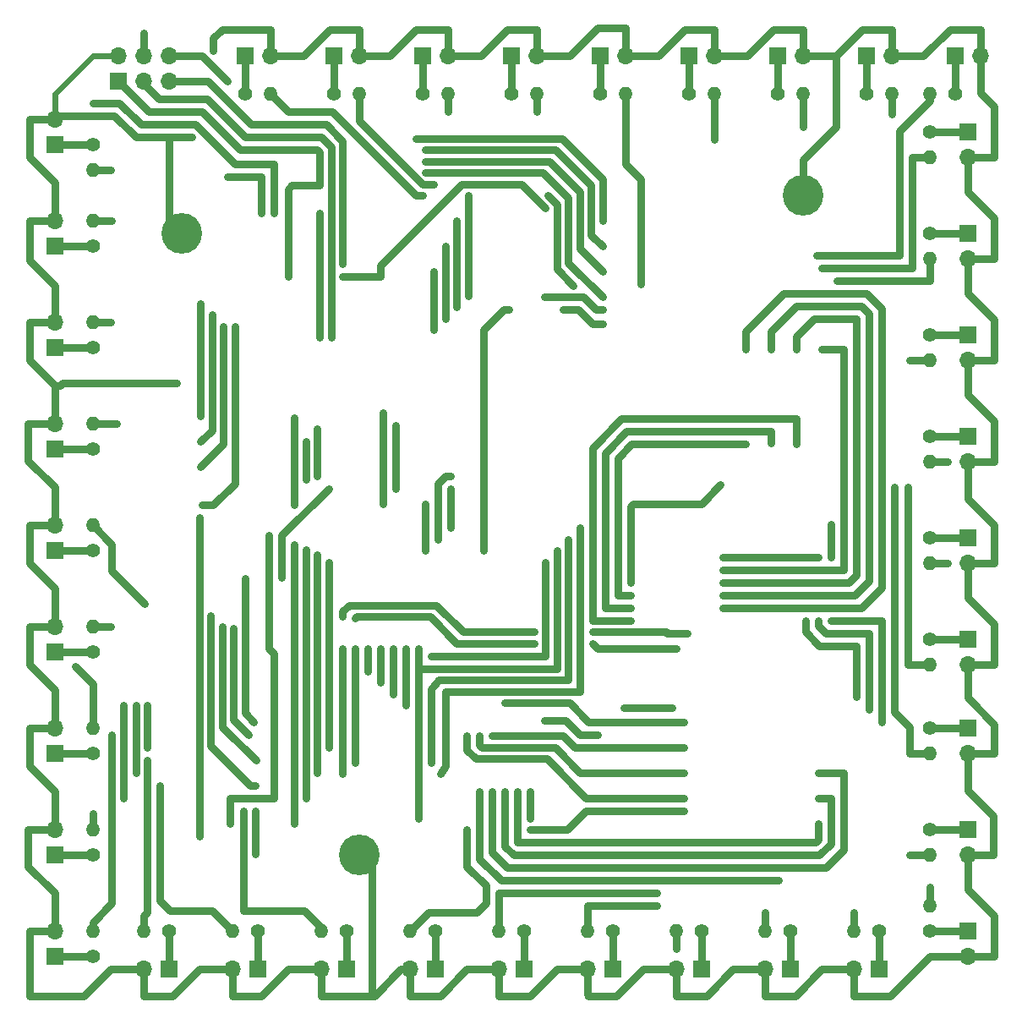
<source format=gbl>
G04 #@! TF.FileFunction,Copper,L2,Bot,Signal*
%FSLAX46Y46*%
G04 Gerber Fmt 4.6, Leading zero omitted, Abs format (unit mm)*
G04 Created by KiCad (PCBNEW 4.0.6) date 2017 June 23, Friday 17:45:36*
%MOMM*%
%LPD*%
G01*
G04 APERTURE LIST*
%ADD10C,0.200000*%
%ADD11C,1.400000*%
%ADD12O,1.400000X1.400000*%
%ADD13C,4.064000*%
%ADD14R,1.700000X1.700000*%
%ADD15O,1.700000X1.700000*%
%ADD16C,0.600000*%
%ADD17C,0.750000*%
%ADD18C,0.600000*%
G04 APERTURE END LIST*
D10*
D11*
X87630000Y-44450000D03*
D12*
X90170000Y-44450000D03*
D11*
X96520000Y-44450000D03*
D12*
X99060000Y-44450000D03*
D11*
X105410000Y-44450000D03*
D12*
X107950000Y-44450000D03*
D11*
X114300000Y-44450000D03*
D12*
X116840000Y-44450000D03*
D11*
X123190000Y-44450000D03*
D12*
X125730000Y-44450000D03*
D11*
X132080000Y-44450000D03*
D12*
X134620000Y-44450000D03*
D11*
X140970000Y-44450000D03*
D12*
X143510000Y-44450000D03*
D11*
X149860000Y-44450000D03*
D12*
X152400000Y-44450000D03*
D11*
X158750000Y-44450000D03*
D12*
X156210000Y-44450000D03*
D11*
X156210000Y-48260000D03*
D12*
X156210000Y-50800000D03*
D11*
X156210000Y-58420000D03*
D12*
X156210000Y-60960000D03*
D11*
X156210000Y-68580000D03*
D12*
X156210000Y-71120000D03*
D11*
X156210000Y-78740000D03*
D12*
X156210000Y-81280000D03*
D11*
X156210000Y-88900000D03*
D12*
X156210000Y-91440000D03*
D11*
X156210000Y-99060000D03*
D12*
X156210000Y-101600000D03*
D11*
X156210000Y-107950000D03*
D12*
X156210000Y-110490000D03*
D11*
X156210000Y-118110000D03*
D12*
X156210000Y-120650000D03*
D11*
X156210000Y-128270000D03*
D12*
X156210000Y-125730000D03*
D11*
X151130000Y-128270000D03*
D12*
X148590000Y-128270000D03*
D11*
X142240000Y-128270000D03*
D12*
X139700000Y-128270000D03*
D11*
X133350000Y-128270000D03*
D12*
X130810000Y-128270000D03*
D11*
X124460000Y-128270000D03*
D12*
X121920000Y-128270000D03*
D11*
X115570000Y-128270000D03*
D12*
X113030000Y-128270000D03*
D11*
X106680000Y-128270000D03*
D12*
X104140000Y-128270000D03*
D11*
X97790000Y-128270000D03*
D12*
X95250000Y-128270000D03*
D11*
X88900000Y-128270000D03*
D12*
X86360000Y-128270000D03*
D11*
X80010000Y-128270000D03*
D12*
X77470000Y-128270000D03*
D11*
X72390000Y-130810000D03*
D12*
X72390000Y-128270000D03*
D11*
X72390000Y-120650000D03*
D12*
X72390000Y-118110000D03*
D11*
X72390000Y-110490000D03*
D12*
X72390000Y-107950000D03*
D11*
X72390000Y-100330000D03*
D12*
X72390000Y-97790000D03*
D11*
X72390000Y-90170000D03*
D12*
X72390000Y-87630000D03*
D11*
X72390000Y-80010000D03*
D12*
X72390000Y-77470000D03*
D11*
X72390000Y-69850000D03*
D12*
X72390000Y-67310000D03*
D11*
X72390000Y-59690000D03*
D12*
X72390000Y-57150000D03*
D11*
X72390000Y-49530000D03*
D12*
X72390000Y-52070000D03*
D13*
X81280000Y-58420000D03*
X143510000Y-54610000D03*
X99060000Y-120650000D03*
D14*
X68580000Y-120650000D03*
D15*
X68580000Y-118110000D03*
D14*
X87630000Y-40640000D03*
D15*
X90170000Y-40640000D03*
D14*
X96520000Y-40640000D03*
D15*
X99060000Y-40640000D03*
D14*
X105410000Y-40640000D03*
D15*
X107950000Y-40640000D03*
D14*
X114300000Y-40640000D03*
D15*
X116840000Y-40640000D03*
D14*
X123190000Y-40640000D03*
D15*
X125730000Y-40640000D03*
D14*
X132080000Y-40640000D03*
D15*
X134620000Y-40640000D03*
D14*
X140970000Y-40640000D03*
D15*
X143510000Y-40640000D03*
D14*
X149860000Y-40640000D03*
D15*
X152400000Y-40640000D03*
D14*
X158750000Y-40640000D03*
D15*
X161290000Y-40640000D03*
D14*
X160020000Y-48260000D03*
D15*
X160020000Y-50800000D03*
D14*
X160020000Y-58420000D03*
D15*
X160020000Y-60960000D03*
D14*
X160020000Y-68580000D03*
D15*
X160020000Y-71120000D03*
D14*
X160020000Y-78740000D03*
D15*
X160020000Y-81280000D03*
D14*
X160020000Y-88900000D03*
D15*
X160020000Y-91440000D03*
D14*
X160020000Y-99060000D03*
D15*
X160020000Y-101600000D03*
D14*
X160020000Y-107950000D03*
D15*
X160020000Y-110490000D03*
D14*
X160020000Y-118110000D03*
D15*
X160020000Y-120650000D03*
D14*
X160020000Y-128270000D03*
D15*
X160020000Y-130810000D03*
D14*
X151130000Y-132080000D03*
D15*
X148590000Y-132080000D03*
D14*
X142240000Y-132080000D03*
D15*
X139700000Y-132080000D03*
D14*
X133350000Y-132080000D03*
D15*
X130810000Y-132080000D03*
D14*
X124460000Y-132080000D03*
D15*
X121920000Y-132080000D03*
D14*
X115570000Y-132080000D03*
D15*
X113030000Y-132080000D03*
D14*
X106680000Y-132080000D03*
D15*
X104140000Y-132080000D03*
D14*
X97790000Y-132080000D03*
D15*
X95250000Y-132080000D03*
D14*
X88900000Y-132080000D03*
D15*
X86360000Y-132080000D03*
D14*
X80010000Y-132080000D03*
D15*
X77470000Y-132080000D03*
D14*
X68580000Y-130810000D03*
D15*
X68580000Y-128270000D03*
D14*
X68580000Y-110490000D03*
D15*
X68580000Y-107950000D03*
D14*
X68580000Y-100330000D03*
D15*
X68580000Y-97790000D03*
D14*
X68580000Y-90170000D03*
D15*
X68580000Y-87630000D03*
D14*
X68580000Y-80010000D03*
D15*
X68580000Y-77470000D03*
D14*
X68580000Y-69850000D03*
D15*
X68580000Y-67310000D03*
D14*
X68580000Y-59690000D03*
D15*
X68580000Y-57150000D03*
D14*
X68580000Y-49530000D03*
D15*
X68580000Y-46990000D03*
D14*
X74930000Y-43180000D03*
D15*
X74930000Y-40640000D03*
X77470000Y-43180000D03*
X77470000Y-40640000D03*
X80010000Y-43180000D03*
X80010000Y-40640000D03*
D16*
X91948000Y-62738000D03*
X116205000Y-114300000D03*
X116205000Y-116967000D03*
X105029000Y-116967000D03*
X83058000Y-101092000D03*
X105029000Y-102743000D03*
X150114000Y-106045000D03*
X145034000Y-97155000D03*
X145034000Y-90805000D03*
X135509000Y-90805000D03*
X105029000Y-99949000D03*
X118872000Y-90170000D03*
X111506000Y-90170000D03*
X83058000Y-118745000D03*
X83058000Y-86868000D03*
X97409000Y-62738000D03*
X117729000Y-55880000D03*
X119507000Y-66040000D03*
X123444000Y-67437000D03*
X114046000Y-66040000D03*
X111506000Y-76327000D03*
X82296000Y-48768000D03*
X84455000Y-40132000D03*
X91313000Y-92837000D03*
X96012000Y-83947000D03*
X88519000Y-107315000D03*
X87630000Y-92964000D03*
X102743000Y-77597000D03*
X102743000Y-83947000D03*
X80772000Y-73406000D03*
X128905000Y-40640000D03*
X102108000Y-40640000D03*
X116586000Y-98298000D03*
X97409000Y-96774000D03*
X122428000Y-98298000D03*
X131953000Y-98425000D03*
X108204000Y-83947000D03*
X108204000Y-87884000D03*
X121158000Y-87884000D03*
X107188000Y-112522000D03*
X97409000Y-99949000D03*
X97409000Y-112522000D03*
X96266000Y-55118000D03*
X96266000Y-68834000D03*
X77470000Y-38354000D03*
X72390000Y-45339000D03*
X90551000Y-56388000D03*
X130810000Y-99949000D03*
X122428000Y-99441000D03*
X116586000Y-99441000D03*
X98679000Y-96901000D03*
X106299000Y-111379000D03*
X120015000Y-89027000D03*
X106934000Y-89027000D03*
X108204000Y-82677000D03*
X98679000Y-99949000D03*
X98679000Y-111379000D03*
X95123000Y-56388000D03*
X95123000Y-68834000D03*
X97409000Y-61468000D03*
X83312000Y-85598000D03*
X86614000Y-67691000D03*
X89281000Y-56388000D03*
X85852000Y-52705000D03*
X85852000Y-43180000D03*
X86106000Y-117475000D03*
X90043000Y-88646000D03*
X151384000Y-107315000D03*
X146304000Y-97155000D03*
X146304000Y-90805000D03*
X146304000Y-87503000D03*
X123444000Y-66040000D03*
X117602000Y-64770000D03*
X105410000Y-54610000D03*
X106553000Y-53467000D03*
X107950000Y-46228000D03*
X116840000Y-46228000D03*
X127254000Y-63500000D03*
X134620000Y-49022000D03*
X143510000Y-47752000D03*
X152400000Y-46482000D03*
X144907000Y-60579000D03*
X145415000Y-61849000D03*
X146939000Y-63119000D03*
X154178000Y-71120000D03*
X157988000Y-81280000D03*
X157988000Y-91440000D03*
X154051000Y-83820000D03*
X152654000Y-83820000D03*
X154178000Y-120650000D03*
X156210000Y-123825000D03*
X148590000Y-126365000D03*
X139700000Y-126365000D03*
X130810000Y-130048000D03*
X128905000Y-125730000D03*
X128905000Y-124460000D03*
X109855000Y-118110000D03*
X116205000Y-118110000D03*
X131572000Y-116205000D03*
X87503000Y-116205000D03*
X79121000Y-113665000D03*
X77851000Y-111125000D03*
X74295000Y-108585000D03*
X88646000Y-116205000D03*
X88646000Y-120523000D03*
X72390000Y-116459000D03*
X88646000Y-113665000D03*
X84201000Y-96647000D03*
X70612000Y-101727000D03*
X74168000Y-97790000D03*
X85344000Y-97790000D03*
X88773000Y-111125000D03*
X77597000Y-95504000D03*
X86487000Y-97917000D03*
X88011000Y-108585000D03*
X74803000Y-77470000D03*
X74168000Y-67310000D03*
X85471000Y-67691000D03*
X83185000Y-81788000D03*
X74295000Y-57150000D03*
X84328000Y-66548000D03*
X83185000Y-79248000D03*
X74168000Y-52070000D03*
X83185000Y-65405000D03*
X83185000Y-76708000D03*
X123444000Y-64770000D03*
X105664000Y-52324000D03*
X106553000Y-68072000D03*
X106553000Y-62230000D03*
X123444000Y-62230000D03*
X105664000Y-51181000D03*
X107696000Y-59690000D03*
X107696000Y-66929000D03*
X105664000Y-50038000D03*
X123444000Y-59690000D03*
X108839000Y-57150000D03*
X108839000Y-65786000D03*
X123444000Y-57150000D03*
X104775000Y-48895000D03*
X117983000Y-54610000D03*
X120523000Y-63627000D03*
X109982000Y-64643000D03*
X109982000Y-54610000D03*
X126238000Y-93345000D03*
X135255000Y-83566000D03*
X137795000Y-69977000D03*
X135509000Y-95885000D03*
X137795000Y-79502000D03*
X126238000Y-94615000D03*
X140335000Y-69977000D03*
X135509000Y-94615000D03*
X140335000Y-79375000D03*
X126238000Y-95885000D03*
X142875000Y-69977000D03*
X135509000Y-93345000D03*
X142875000Y-79502000D03*
X126238000Y-97155000D03*
X117602000Y-107188000D03*
X122936000Y-108585000D03*
X125603000Y-105918000D03*
X130429000Y-105918000D03*
X148844000Y-104775000D03*
X143764000Y-97155000D03*
X143764000Y-92075000D03*
X145415000Y-69977000D03*
X135509000Y-92075000D03*
X131572000Y-107315000D03*
X113665000Y-105410000D03*
X111125000Y-114300000D03*
X141097000Y-123190000D03*
X131572000Y-109855000D03*
X112395000Y-108712000D03*
X145034000Y-112395000D03*
X112395000Y-114300000D03*
X111125000Y-108712000D03*
X131572000Y-112395000D03*
X145034000Y-114935000D03*
X113665000Y-114300000D03*
X131572000Y-114935000D03*
X109855000Y-108712000D03*
X114935000Y-115443000D03*
X145034000Y-117475000D03*
X114935000Y-114300000D03*
X92583000Y-117475000D03*
X92583000Y-89535000D03*
X75501500Y-114935000D03*
X75501500Y-105664000D03*
X99949000Y-102235000D03*
X99949000Y-99949000D03*
X93726000Y-90043000D03*
X93726000Y-114935000D03*
X76708000Y-112395000D03*
X76708000Y-105664000D03*
X101219000Y-103378000D03*
X101219000Y-99949000D03*
X94869000Y-112395000D03*
X94869000Y-90551000D03*
X77851000Y-109855000D03*
X77851000Y-105664000D03*
X102489000Y-104521000D03*
X102489000Y-99949000D03*
X96012000Y-109855000D03*
X96012000Y-91313000D03*
X101473000Y-76327000D03*
X101473000Y-85471000D03*
X105664000Y-85471000D03*
X105664000Y-90170000D03*
X117729000Y-91313000D03*
X106299000Y-100711000D03*
X103759000Y-105664000D03*
X103759000Y-99949000D03*
X92583000Y-85598000D03*
X92583000Y-76835000D03*
X93726000Y-83058000D03*
X93726000Y-79248000D03*
X94869000Y-77978000D03*
X94869000Y-82677000D03*
D17*
X87122000Y-50038000D02*
X83312000Y-46228000D01*
X91948000Y-62738000D02*
X91948000Y-53975000D01*
X91948000Y-53975000D02*
X92329000Y-53594000D01*
X92329000Y-53594000D02*
X95123000Y-53594000D01*
X95123000Y-53594000D02*
X95123000Y-50292000D01*
X95123000Y-50292000D02*
X94869000Y-50038000D01*
X94869000Y-50038000D02*
X87122000Y-50038000D01*
X77978000Y-46228000D02*
X74930000Y-43180000D01*
X83312000Y-46228000D02*
X77978000Y-46228000D01*
X105029000Y-102743000D02*
X105029000Y-116967000D01*
X116205000Y-114300000D02*
X116205000Y-116967000D01*
X105029000Y-101854000D02*
X105029000Y-102743000D01*
X150114000Y-98425000D02*
X150114000Y-106045000D01*
X145796000Y-98425000D02*
X150114000Y-98425000D01*
X145034000Y-97663000D02*
X145796000Y-98425000D01*
X145034000Y-97155000D02*
X145034000Y-97663000D01*
X135509000Y-90805000D02*
X145034000Y-90805000D01*
X111506000Y-76327000D02*
X111506000Y-90170000D01*
X105029000Y-101981000D02*
X105029000Y-101854000D01*
X105029000Y-101854000D02*
X105029000Y-99949000D01*
X118872000Y-101981000D02*
X105029000Y-101981000D01*
X118872000Y-90170000D02*
X118872000Y-101981000D01*
X83058000Y-118745000D02*
X83058000Y-101092000D01*
X83058000Y-101092000D02*
X83058000Y-86868000D01*
X97409000Y-62738000D02*
X101219000Y-62738000D01*
X101219000Y-61595000D02*
X101219000Y-62738000D01*
X109347000Y-53467000D02*
X101219000Y-61595000D01*
X115316000Y-53467000D02*
X109347000Y-53467000D01*
X117729000Y-55880000D02*
X115316000Y-53467000D01*
X121031000Y-66040000D02*
X119507000Y-66040000D01*
X122428000Y-67437000D02*
X121031000Y-66040000D01*
X123444000Y-67437000D02*
X122428000Y-67437000D01*
X113538000Y-66040000D02*
X114046000Y-66040000D01*
X111506000Y-68072000D02*
X113538000Y-66040000D01*
X111506000Y-76327000D02*
X111506000Y-68072000D01*
X100330000Y-134747000D02*
X100330000Y-121920000D01*
X100330000Y-121920000D02*
X99060000Y-120650000D01*
X143510000Y-54610000D02*
X143510000Y-51054000D01*
X146812000Y-47752000D02*
X146812000Y-40640000D01*
X143510000Y-51054000D02*
X146812000Y-47752000D01*
X80010000Y-48768000D02*
X80010000Y-57150000D01*
X80010000Y-57150000D02*
X81280000Y-58420000D01*
X90170000Y-40640000D02*
X90170000Y-37973000D01*
X74549000Y-46609000D02*
X68961000Y-46609000D01*
X76708000Y-48768000D02*
X74549000Y-46609000D01*
X80010000Y-48768000D02*
X76708000Y-48768000D01*
X82296000Y-48768000D02*
X80010000Y-48768000D01*
X84455000Y-38862000D02*
X84455000Y-40132000D01*
X85344000Y-37973000D02*
X84455000Y-38862000D01*
X90170000Y-37973000D02*
X85344000Y-37973000D01*
X68961000Y-46609000D02*
X68580000Y-46990000D01*
X91313000Y-88646000D02*
X91313000Y-92837000D01*
X96012000Y-83947000D02*
X91313000Y-88646000D01*
X88519000Y-107315000D02*
X87630000Y-106426000D01*
X87630000Y-106426000D02*
X87630000Y-92964000D01*
X102743000Y-77597000D02*
X102743000Y-83947000D01*
X69088000Y-73660000D02*
X68580000Y-73660000D01*
X69342000Y-73406000D02*
X69088000Y-73660000D01*
X80772000Y-73406000D02*
X69342000Y-73406000D01*
X68580000Y-57150000D02*
X68580000Y-53340000D01*
X66040000Y-46990000D02*
X68580000Y-46990000D01*
X66040000Y-50800000D02*
X66040000Y-46990000D01*
X68580000Y-53340000D02*
X66040000Y-50800000D01*
X68580000Y-67310000D02*
X68580000Y-63627000D01*
X66040000Y-57150000D02*
X68580000Y-57150000D01*
X66040000Y-61087000D02*
X66040000Y-57150000D01*
X68580000Y-63627000D02*
X66040000Y-61087000D01*
X68580000Y-77470000D02*
X68580000Y-73660000D01*
X66040000Y-67310000D02*
X68580000Y-67310000D01*
X66040000Y-71120000D02*
X66040000Y-67310000D01*
X68580000Y-73660000D02*
X66040000Y-71120000D01*
X68580000Y-87630000D02*
X68580000Y-83820000D01*
X65913000Y-77470000D02*
X68580000Y-77470000D01*
X65913000Y-81153000D02*
X65913000Y-77470000D01*
X68580000Y-83820000D02*
X65913000Y-81153000D01*
X68580000Y-97790000D02*
X68580000Y-93980000D01*
X66040000Y-87630000D02*
X68580000Y-87630000D01*
X66040000Y-91440000D02*
X66040000Y-87630000D01*
X68580000Y-93980000D02*
X66040000Y-91440000D01*
X68580000Y-107950000D02*
X68580000Y-104140000D01*
X66040000Y-97790000D02*
X68580000Y-97790000D01*
X66040000Y-101600000D02*
X66040000Y-97790000D01*
X68580000Y-104140000D02*
X66040000Y-101600000D01*
X68580000Y-118110000D02*
X68580000Y-114300000D01*
X66040000Y-107950000D02*
X68580000Y-107950000D01*
X66040000Y-111760000D02*
X66040000Y-107950000D01*
X68580000Y-114300000D02*
X66040000Y-111760000D01*
X68580000Y-128270000D02*
X68580000Y-124460000D01*
X65913000Y-118110000D02*
X68580000Y-118110000D01*
X65913000Y-121793000D02*
X65913000Y-118110000D01*
X68580000Y-124460000D02*
X65913000Y-121793000D01*
X77470000Y-132080000D02*
X74168000Y-132080000D01*
X66040000Y-128270000D02*
X68580000Y-128270000D01*
X66040000Y-134747000D02*
X66040000Y-128270000D01*
X71501000Y-134747000D02*
X66040000Y-134747000D01*
X74168000Y-132080000D02*
X71501000Y-134747000D01*
X86360000Y-132080000D02*
X83058000Y-132080000D01*
X77470000Y-134747000D02*
X77470000Y-132080000D01*
X80391000Y-134747000D02*
X77470000Y-134747000D01*
X83058000Y-132080000D02*
X80391000Y-134747000D01*
X95250000Y-132080000D02*
X91948000Y-132080000D01*
X86360000Y-134747000D02*
X86360000Y-132080000D01*
X89281000Y-134747000D02*
X86360000Y-134747000D01*
X91948000Y-132080000D02*
X89281000Y-134747000D01*
X104140000Y-132080000D02*
X103251000Y-132080000D01*
X95250000Y-134747000D02*
X95250000Y-132080000D01*
X100584000Y-134747000D02*
X100330000Y-134747000D01*
X100330000Y-134747000D02*
X95250000Y-134747000D01*
X103251000Y-132080000D02*
X100584000Y-134747000D01*
X113030000Y-132080000D02*
X109855000Y-132080000D01*
X104140000Y-134747000D02*
X104140000Y-132080000D01*
X107188000Y-134747000D02*
X104140000Y-134747000D01*
X109855000Y-132080000D02*
X107188000Y-134747000D01*
X121920000Y-132080000D02*
X118872000Y-132080000D01*
X113030000Y-134747000D02*
X113030000Y-132080000D01*
X116205000Y-134747000D02*
X113030000Y-134747000D01*
X118872000Y-132080000D02*
X116205000Y-134747000D01*
X130810000Y-132080000D02*
X127508000Y-132080000D01*
X121920000Y-134620000D02*
X121920000Y-132080000D01*
X122047000Y-134747000D02*
X121920000Y-134620000D01*
X124841000Y-134747000D02*
X122047000Y-134747000D01*
X127508000Y-132080000D02*
X124841000Y-134747000D01*
X139700000Y-132080000D02*
X136525000Y-132080000D01*
X130810000Y-134747000D02*
X130810000Y-132080000D01*
X133858000Y-134747000D02*
X130810000Y-134747000D01*
X136525000Y-132080000D02*
X133858000Y-134747000D01*
X148590000Y-132080000D02*
X145415000Y-132080000D01*
X139700000Y-134747000D02*
X139700000Y-132080000D01*
X142748000Y-134747000D02*
X139700000Y-134747000D01*
X145415000Y-132080000D02*
X142748000Y-134747000D01*
X160020000Y-130810000D02*
X156210000Y-130810000D01*
X148590000Y-134747000D02*
X148590000Y-132080000D01*
X152273000Y-134747000D02*
X148590000Y-134747000D01*
X156210000Y-130810000D02*
X152273000Y-134747000D01*
X160020000Y-120650000D02*
X160020000Y-124079000D01*
X162687000Y-130810000D02*
X160020000Y-130810000D01*
X162687000Y-126746000D02*
X162687000Y-130810000D01*
X160020000Y-124079000D02*
X162687000Y-126746000D01*
X160020000Y-110490000D02*
X160020000Y-114173000D01*
X162560000Y-120650000D02*
X160020000Y-120650000D01*
X162560000Y-116713000D02*
X162560000Y-120650000D01*
X160020000Y-114173000D02*
X162560000Y-116713000D01*
X160020000Y-101600000D02*
X160020000Y-104902000D01*
X162687000Y-110490000D02*
X160020000Y-110490000D01*
X162687000Y-107569000D02*
X162687000Y-110490000D01*
X160020000Y-104902000D02*
X162687000Y-107569000D01*
X160020000Y-91440000D02*
X160020000Y-94869000D01*
X162687000Y-101600000D02*
X160020000Y-101600000D01*
X162687000Y-97536000D02*
X162687000Y-101600000D01*
X160020000Y-94869000D02*
X162687000Y-97536000D01*
X162687000Y-87630000D02*
X162687000Y-91440000D01*
X160020000Y-84963000D02*
X162687000Y-87630000D01*
X160020000Y-81280000D02*
X160020000Y-84963000D01*
X162687000Y-91440000D02*
X160020000Y-91440000D01*
X160020000Y-71120000D02*
X160020000Y-74549000D01*
X162687000Y-81280000D02*
X160020000Y-81280000D01*
X162687000Y-77216000D02*
X162687000Y-81280000D01*
X160020000Y-74549000D02*
X162687000Y-77216000D01*
X160020000Y-60960000D02*
X160020000Y-64389000D01*
X162687000Y-71120000D02*
X160020000Y-71120000D01*
X162687000Y-67056000D02*
X162687000Y-71120000D01*
X160020000Y-64389000D02*
X162687000Y-67056000D01*
X160020000Y-50800000D02*
X160020000Y-54229000D01*
X162687000Y-60960000D02*
X160020000Y-60960000D01*
X162687000Y-56896000D02*
X162687000Y-60960000D01*
X160020000Y-54229000D02*
X162687000Y-56896000D01*
X161290000Y-40640000D02*
X161290000Y-44323000D01*
X162687000Y-50800000D02*
X160020000Y-50800000D01*
X162687000Y-45720000D02*
X162687000Y-50800000D01*
X161290000Y-44323000D02*
X162687000Y-45720000D01*
X152400000Y-40640000D02*
X155575000Y-40640000D01*
X161290000Y-37973000D02*
X161290000Y-40640000D01*
X158242000Y-37973000D02*
X161290000Y-37973000D01*
X155575000Y-40640000D02*
X158242000Y-37973000D01*
X143510000Y-40640000D02*
X146812000Y-40640000D01*
X152400000Y-37973000D02*
X152400000Y-40640000D01*
X149479000Y-37973000D02*
X152400000Y-37973000D01*
X146812000Y-40640000D02*
X149479000Y-37973000D01*
X143510000Y-40640000D02*
X143510000Y-37973000D01*
X137922000Y-40640000D02*
X140589000Y-37973000D01*
X140589000Y-37973000D02*
X143510000Y-37973000D01*
X137922000Y-40640000D02*
X134620000Y-40640000D01*
X125730000Y-40640000D02*
X128905000Y-40640000D01*
X128905000Y-40640000D02*
X129032000Y-40640000D01*
X129032000Y-40640000D02*
X131699000Y-37973000D01*
X131699000Y-37973000D02*
X134620000Y-37973000D01*
X134620000Y-37973000D02*
X134620000Y-40640000D01*
X116840000Y-40640000D02*
X120142000Y-40640000D01*
X125730000Y-37846000D02*
X125730000Y-40640000D01*
X122936000Y-37846000D02*
X125730000Y-37846000D01*
X120142000Y-40640000D02*
X122936000Y-37846000D01*
X113919000Y-37973000D02*
X116840000Y-37973000D01*
X111252000Y-40640000D02*
X113919000Y-37973000D01*
X107950000Y-40640000D02*
X111252000Y-40640000D01*
X116840000Y-37973000D02*
X116840000Y-40640000D01*
X99060000Y-40640000D02*
X102108000Y-40640000D01*
X107950000Y-37973000D02*
X107950000Y-40640000D01*
X102108000Y-40640000D02*
X104775000Y-37973000D01*
X104775000Y-37973000D02*
X107950000Y-37973000D01*
X90170000Y-40640000D02*
X93472000Y-40640000D01*
X93472000Y-40640000D02*
X96139000Y-37973000D01*
X96139000Y-37973000D02*
X99060000Y-37973000D01*
X99060000Y-37973000D02*
X99060000Y-40640000D01*
D18*
X68580000Y-46990000D02*
X68580000Y-44450000D01*
X72390000Y-40640000D02*
X74930000Y-40640000D01*
X68580000Y-44450000D02*
X72390000Y-40640000D01*
X107950000Y-40640000D02*
X108204000Y-40640000D01*
X134620000Y-40640000D02*
X134620000Y-40386000D01*
X125730000Y-40640000D02*
X125730000Y-40386000D01*
X107950000Y-40640000D02*
X107950000Y-40386000D01*
X99060000Y-40640000D02*
X99060000Y-40386000D01*
D17*
X77470000Y-43180000D02*
X77470000Y-43434000D01*
X77470000Y-43434000D02*
X78994000Y-44958000D01*
X96266000Y-49784000D02*
X96266000Y-55118000D01*
X95250000Y-48768000D02*
X96266000Y-49784000D01*
X87630000Y-48768000D02*
X95250000Y-48768000D01*
X83820000Y-44958000D02*
X87630000Y-48768000D01*
X78994000Y-44958000D02*
X83820000Y-44958000D01*
X77470000Y-43561000D02*
X77470000Y-43180000D01*
X109474000Y-98298000D02*
X116586000Y-98298000D01*
X106807000Y-95631000D02*
X109474000Y-98298000D01*
X98044000Y-95631000D02*
X106807000Y-95631000D01*
X97409000Y-96266000D02*
X98044000Y-95631000D01*
X97409000Y-96774000D02*
X97409000Y-96266000D01*
X122428000Y-98298000D02*
X129794000Y-98298000D01*
X129794000Y-98298000D02*
X129921000Y-98425000D01*
X129921000Y-98425000D02*
X131953000Y-98425000D01*
X107188000Y-112522000D02*
X107696000Y-111760000D01*
X108204000Y-83947000D02*
X108204000Y-87884000D01*
X121158000Y-87884000D02*
X121158000Y-104267000D01*
X121158000Y-104267000D02*
X107696000Y-104267000D01*
X107696000Y-104267000D02*
X107696000Y-111760000D01*
X97409000Y-99949000D02*
X97409000Y-112522000D01*
X96266000Y-55118000D02*
X96266000Y-68834000D01*
X77470000Y-38354000D02*
X77470000Y-40640000D01*
X75057000Y-45339000D02*
X72390000Y-45339000D01*
X77216000Y-47498000D02*
X75057000Y-45339000D01*
X82677000Y-47498000D02*
X77216000Y-47498000D01*
X86614000Y-51435000D02*
X82677000Y-47498000D01*
X90551000Y-51435000D02*
X86614000Y-51435000D01*
X90551000Y-56388000D02*
X90551000Y-51435000D01*
X122936000Y-99949000D02*
X130810000Y-99949000D01*
X122428000Y-99441000D02*
X122936000Y-99949000D01*
X108839000Y-99441000D02*
X116586000Y-99441000D01*
X106172000Y-96774000D02*
X108839000Y-99441000D01*
X98806000Y-96774000D02*
X106172000Y-96774000D01*
X98679000Y-96901000D02*
X98806000Y-96774000D01*
X106299000Y-104013000D02*
X106299000Y-111379000D01*
X107061000Y-103124000D02*
X106299000Y-104013000D01*
X120015000Y-103124000D02*
X107061000Y-103124000D01*
X120015000Y-89027000D02*
X120015000Y-103124000D01*
X106934000Y-83439000D02*
X106934000Y-89027000D01*
X107696000Y-82677000D02*
X106934000Y-83439000D01*
X108204000Y-82677000D02*
X107696000Y-82677000D01*
X98679000Y-99949000D02*
X98679000Y-111379000D01*
X95123000Y-56388000D02*
X95123000Y-68834000D01*
X80010000Y-43180000D02*
X83947000Y-43180000D01*
X83947000Y-43180000D02*
X88265000Y-47498000D01*
X88265000Y-47498000D02*
X95758000Y-47498000D01*
X95758000Y-47498000D02*
X97409000Y-49149000D01*
X97409000Y-49149000D02*
X97409000Y-61468000D01*
X80010000Y-40640000D02*
X83312000Y-40640000D01*
X84455000Y-85598000D02*
X83312000Y-85598000D01*
X86614000Y-83439000D02*
X84455000Y-85598000D01*
X86614000Y-67691000D02*
X86614000Y-83439000D01*
X89281000Y-52705000D02*
X89281000Y-56388000D01*
X85852000Y-52705000D02*
X89281000Y-52705000D01*
X83312000Y-40640000D02*
X85852000Y-43180000D01*
X86106000Y-114935000D02*
X86106000Y-117475000D01*
X90551000Y-114935000D02*
X86106000Y-114935000D01*
X90551000Y-100457000D02*
X90551000Y-114935000D01*
X90043000Y-99949000D02*
X90551000Y-100457000D01*
X90043000Y-88646000D02*
X90043000Y-99949000D01*
X151384000Y-97155000D02*
X151384000Y-107315000D01*
X146304000Y-97155000D02*
X151384000Y-97155000D01*
X146304000Y-87503000D02*
X146304000Y-90805000D01*
X80010000Y-40640000D02*
X80645000Y-40640000D01*
X123444000Y-66040000D02*
X122809000Y-66040000D01*
X122809000Y-66040000D02*
X121539000Y-64770000D01*
X121539000Y-64770000D02*
X117602000Y-64770000D01*
X87630000Y-44450000D02*
X87630000Y-40640000D01*
X96520000Y-44450000D02*
X96520000Y-40640000D01*
X105410000Y-44450000D02*
X105410000Y-40640000D01*
X114300000Y-44450000D02*
X114300000Y-40640000D01*
X123190000Y-44450000D02*
X123190000Y-40640000D01*
X132080000Y-44450000D02*
X132080000Y-40640000D01*
X140970000Y-44450000D02*
X140970000Y-40640000D01*
X149860000Y-44450000D02*
X149860000Y-40640000D01*
X158750000Y-44450000D02*
X158750000Y-40640000D01*
X156210000Y-48260000D02*
X160020000Y-48260000D01*
X156210000Y-58420000D02*
X160020000Y-58420000D01*
X156210000Y-68580000D02*
X160020000Y-68580000D01*
X156210000Y-78740000D02*
X160020000Y-78740000D01*
X156210000Y-88900000D02*
X160020000Y-88900000D01*
X156210000Y-99060000D02*
X160020000Y-99060000D01*
X156210000Y-107950000D02*
X160020000Y-107950000D01*
X156210000Y-118110000D02*
X160020000Y-118110000D01*
X156210000Y-128270000D02*
X160020000Y-128270000D01*
X151130000Y-128270000D02*
X151130000Y-132080000D01*
X142240000Y-128270000D02*
X142240000Y-132080000D01*
X133350000Y-128270000D02*
X133350000Y-132080000D01*
X124460000Y-128270000D02*
X124460000Y-132080000D01*
X115570000Y-128270000D02*
X115570000Y-132080000D01*
X106680000Y-128270000D02*
X106680000Y-132080000D01*
X97790000Y-128270000D02*
X97790000Y-132080000D01*
X88900000Y-128270000D02*
X88900000Y-132080000D01*
X80010000Y-128270000D02*
X80010000Y-132080000D01*
X72390000Y-130810000D02*
X68580000Y-130810000D01*
X72390000Y-120650000D02*
X68580000Y-120650000D01*
X72390000Y-110490000D02*
X68580000Y-110490000D01*
X72390000Y-100330000D02*
X68580000Y-100330000D01*
X72390000Y-90170000D02*
X68580000Y-90170000D01*
X72390000Y-80010000D02*
X68580000Y-80010000D01*
X72390000Y-69850000D02*
X68580000Y-69850000D01*
X72390000Y-59690000D02*
X68580000Y-59690000D01*
X72390000Y-49530000D02*
X68580000Y-49530000D01*
X91948000Y-46228000D02*
X90170000Y-44450000D01*
X96393000Y-46228000D02*
X91948000Y-46228000D01*
X104775000Y-54610000D02*
X96393000Y-46228000D01*
X105410000Y-54610000D02*
X104775000Y-54610000D01*
X99060000Y-47117000D02*
X99060000Y-44450000D01*
X105410000Y-53467000D02*
X99060000Y-47117000D01*
X106553000Y-53467000D02*
X105410000Y-53467000D01*
X107950000Y-46228000D02*
X107950000Y-44450000D01*
X116840000Y-46228000D02*
X116840000Y-44450000D01*
X125730000Y-51435000D02*
X125730000Y-44450000D01*
X127254000Y-52959000D02*
X125730000Y-51435000D01*
X127254000Y-63500000D02*
X127254000Y-52959000D01*
X134620000Y-49022000D02*
X134620000Y-44450000D01*
X143510000Y-47752000D02*
X143510000Y-44450000D01*
X152400000Y-46482000D02*
X152400000Y-44450000D01*
X156210000Y-44450000D02*
X156210000Y-45085000D01*
X156210000Y-45085000D02*
X153162000Y-48133000D01*
X153162000Y-60579000D02*
X144907000Y-60579000D01*
X153162000Y-48133000D02*
X153162000Y-60579000D01*
X156210000Y-44704000D02*
X156210000Y-44450000D01*
X154432000Y-50800000D02*
X156210000Y-50800000D01*
X154432000Y-61849000D02*
X154432000Y-50800000D01*
X145415000Y-61849000D02*
X154432000Y-61849000D01*
X156210000Y-63119000D02*
X156210000Y-60960000D01*
X146939000Y-63119000D02*
X156210000Y-63119000D01*
X154178000Y-71120000D02*
X156210000Y-71120000D01*
X156210000Y-81280000D02*
X157988000Y-81280000D01*
X156210000Y-91440000D02*
X157988000Y-91440000D01*
X156210000Y-101600000D02*
X154051000Y-101600000D01*
X154051000Y-101600000D02*
X154051000Y-83820000D01*
X154178000Y-110490000D02*
X156210000Y-110490000D01*
X154178000Y-107823000D02*
X154178000Y-110490000D01*
X152654000Y-106299000D02*
X154178000Y-107823000D01*
X152654000Y-83820000D02*
X152654000Y-106299000D01*
X154178000Y-120650000D02*
X156210000Y-120650000D01*
X156210000Y-123825000D02*
X156210000Y-125730000D01*
X148590000Y-126365000D02*
X148590000Y-128270000D01*
X139700000Y-126365000D02*
X139700000Y-128270000D01*
X130810000Y-130048000D02*
X130810000Y-128270000D01*
X121920000Y-125730000D02*
X121920000Y-128270000D01*
X128905000Y-125730000D02*
X121920000Y-125730000D01*
X113030000Y-124460000D02*
X113030000Y-128270000D01*
X128905000Y-124460000D02*
X113030000Y-124460000D01*
X106045000Y-126365000D02*
X104140000Y-128270000D01*
X110871000Y-126365000D02*
X106045000Y-126365000D01*
X111760000Y-125476000D02*
X110871000Y-126365000D01*
X111760000Y-123698000D02*
X111760000Y-125476000D01*
X109855000Y-121793000D02*
X111760000Y-123698000D01*
X109855000Y-118110000D02*
X109855000Y-121793000D01*
X119888000Y-118110000D02*
X116205000Y-118110000D01*
X121793000Y-116205000D02*
X119888000Y-118110000D01*
X131572000Y-116205000D02*
X121793000Y-116205000D01*
X93599000Y-126238000D02*
X95250000Y-127889000D01*
X87503000Y-126238000D02*
X93599000Y-126238000D01*
X87503000Y-116205000D02*
X87503000Y-126238000D01*
X95250000Y-127889000D02*
X95250000Y-128270000D01*
X84328000Y-126238000D02*
X86360000Y-128270000D01*
X80137000Y-126238000D02*
X84328000Y-126238000D01*
X79121000Y-125222000D02*
X80137000Y-126238000D01*
X79121000Y-113665000D02*
X79121000Y-125222000D01*
X77470000Y-126746000D02*
X77470000Y-128270000D01*
X77851000Y-126365000D02*
X77470000Y-126746000D01*
X77851000Y-111125000D02*
X77851000Y-126365000D01*
X72390000Y-127381000D02*
X72390000Y-128270000D01*
X74295000Y-125476000D02*
X72390000Y-127381000D01*
X74295000Y-108585000D02*
X74295000Y-125476000D01*
X72390000Y-118110000D02*
X72390000Y-116459000D01*
X88646000Y-120523000D02*
X88646000Y-116205000D01*
X72390000Y-107950000D02*
X72390000Y-103505000D01*
X88138000Y-113665000D02*
X88646000Y-113665000D01*
X84201000Y-109728000D02*
X88138000Y-113665000D01*
X84201000Y-96647000D02*
X84201000Y-109728000D01*
X72390000Y-103505000D02*
X70612000Y-101727000D01*
X74168000Y-97790000D02*
X72390000Y-97790000D01*
X85344000Y-107823000D02*
X85344000Y-97790000D01*
X88773000Y-111125000D02*
X85344000Y-107823000D01*
X74295000Y-89535000D02*
X72390000Y-87630000D01*
X74295000Y-92202000D02*
X74295000Y-89535000D01*
X77597000Y-95504000D02*
X74295000Y-92202000D01*
X86487000Y-107061000D02*
X86487000Y-97917000D01*
X88011000Y-108585000D02*
X86487000Y-107061000D01*
X74803000Y-77470000D02*
X72390000Y-77470000D01*
X85471000Y-79502000D02*
X85471000Y-67691000D01*
X74168000Y-67310000D02*
X72390000Y-67310000D01*
X83185000Y-81788000D02*
X85471000Y-79502000D01*
X74295000Y-57150000D02*
X72390000Y-57150000D01*
X84328000Y-78105000D02*
X84328000Y-66548000D01*
X83185000Y-79248000D02*
X84328000Y-78105000D01*
X83185000Y-76708000D02*
X83185000Y-65405000D01*
X74168000Y-52070000D02*
X72390000Y-52070000D01*
X120015000Y-61341000D02*
X123444000Y-64770000D01*
X120015000Y-54864000D02*
X120015000Y-61341000D01*
X117475000Y-52324000D02*
X120015000Y-54864000D01*
X105664000Y-52324000D02*
X117475000Y-52324000D01*
X106553000Y-62230000D02*
X106553000Y-68072000D01*
X121158000Y-59944000D02*
X123444000Y-62230000D01*
X121158000Y-54229000D02*
X121158000Y-59944000D01*
X118110000Y-51181000D02*
X121158000Y-54229000D01*
X105664000Y-51181000D02*
X118110000Y-51181000D01*
X107696000Y-59690000D02*
X107696000Y-66929000D01*
X105664000Y-50038000D02*
X118745000Y-50038000D01*
X122301000Y-58547000D02*
X123444000Y-59690000D01*
X122301000Y-53594000D02*
X122301000Y-58547000D01*
X118745000Y-50038000D02*
X122301000Y-53594000D01*
X108839000Y-57150000D02*
X108839000Y-65786000D01*
X123444000Y-52959000D02*
X123444000Y-57150000D01*
X119380000Y-48895000D02*
X123444000Y-52959000D01*
X104775000Y-48895000D02*
X119380000Y-48895000D01*
X117983000Y-54610000D02*
X118872000Y-55499000D01*
X118872000Y-55499000D02*
X118872000Y-61976000D01*
X118872000Y-61976000D02*
X120523000Y-63627000D01*
X109982000Y-54610000D02*
X109982000Y-64643000D01*
X126238000Y-85725000D02*
X126238000Y-93345000D01*
X126492000Y-85471000D02*
X126238000Y-85725000D01*
X133350000Y-85471000D02*
X126492000Y-85471000D01*
X135255000Y-83566000D02*
X133350000Y-85471000D01*
X137795000Y-68199000D02*
X137795000Y-69977000D01*
X141605000Y-64389000D02*
X137795000Y-68199000D01*
X149860000Y-64389000D02*
X141605000Y-64389000D01*
X151384000Y-65913000D02*
X149860000Y-64389000D01*
X151384000Y-93853000D02*
X151384000Y-65913000D01*
X149352000Y-95885000D02*
X151384000Y-93853000D01*
X135509000Y-95885000D02*
X149352000Y-95885000D01*
X126365000Y-79502000D02*
X137795000Y-79502000D01*
X124968000Y-80899000D02*
X126365000Y-79502000D01*
X124968000Y-94615000D02*
X124968000Y-80899000D01*
X126238000Y-94615000D02*
X124968000Y-94615000D01*
X140335000Y-68199000D02*
X140335000Y-69977000D01*
X142875000Y-65659000D02*
X140335000Y-68199000D01*
X149352000Y-65659000D02*
X142875000Y-65659000D01*
X150114000Y-66421000D02*
X149352000Y-65659000D01*
X150114000Y-93218000D02*
X150114000Y-66421000D01*
X148717000Y-94615000D02*
X150114000Y-93218000D01*
X135509000Y-94615000D02*
X148717000Y-94615000D01*
X140335000Y-78232000D02*
X140335000Y-79375000D01*
X125857000Y-78232000D02*
X140335000Y-78232000D01*
X123698000Y-80391000D02*
X125857000Y-78232000D01*
X123698000Y-95885000D02*
X123698000Y-80391000D01*
X126238000Y-95885000D02*
X123698000Y-95885000D01*
X142875000Y-68707000D02*
X142875000Y-69977000D01*
X144653000Y-66929000D02*
X142875000Y-68707000D01*
X148844000Y-66929000D02*
X144653000Y-66929000D01*
X148844000Y-92583000D02*
X148844000Y-66929000D01*
X148082000Y-93345000D02*
X148844000Y-92583000D01*
X135509000Y-93345000D02*
X148082000Y-93345000D01*
X142875000Y-76962000D02*
X142875000Y-79502000D01*
X125349000Y-76962000D02*
X142875000Y-76962000D01*
X122428000Y-79883000D02*
X125349000Y-76962000D01*
X122428000Y-97155000D02*
X122428000Y-79883000D01*
X126238000Y-97155000D02*
X122428000Y-97155000D01*
X143383000Y-92075000D02*
X143764000Y-92075000D01*
X117602000Y-107188000D02*
X119761000Y-107188000D01*
X119761000Y-107188000D02*
X121158000Y-108585000D01*
X121158000Y-108585000D02*
X122936000Y-108585000D01*
X125603000Y-105918000D02*
X130429000Y-105918000D01*
X148844000Y-104775000D02*
X148844000Y-99695000D01*
X145161000Y-99695000D02*
X148844000Y-99695000D01*
X143764000Y-98298000D02*
X145161000Y-99695000D01*
X143764000Y-97155000D02*
X143764000Y-98298000D01*
X147574000Y-92075000D02*
X143383000Y-92075000D01*
X147574000Y-69977000D02*
X147574000Y-92075000D01*
X145415000Y-69977000D02*
X147574000Y-69977000D01*
X143383000Y-92075000D02*
X135509000Y-92075000D01*
X122047000Y-107315000D02*
X131572000Y-107315000D01*
X120142000Y-105410000D02*
X122047000Y-107315000D01*
X113665000Y-105410000D02*
X120142000Y-105410000D01*
X111125000Y-121031000D02*
X111125000Y-114300000D01*
X113284000Y-123190000D02*
X111125000Y-121031000D01*
X141097000Y-123190000D02*
X113284000Y-123190000D01*
X120650000Y-109855000D02*
X131572000Y-109855000D01*
X119507000Y-108712000D02*
X120650000Y-109855000D01*
X112395000Y-108712000D02*
X119507000Y-108712000D01*
X147574000Y-112395000D02*
X145034000Y-112395000D01*
X147574000Y-120142000D02*
X147574000Y-112395000D01*
X145796000Y-121920000D02*
X147574000Y-120142000D01*
X113919000Y-121920000D02*
X145796000Y-121920000D01*
X112395000Y-120396000D02*
X113919000Y-121920000D01*
X112395000Y-114300000D02*
X112395000Y-120396000D01*
X111125000Y-109601000D02*
X111125000Y-108712000D01*
X111379000Y-109855000D02*
X111125000Y-109601000D01*
X118745000Y-109855000D02*
X111379000Y-109855000D01*
X121158000Y-112395000D02*
X118745000Y-109855000D01*
X131572000Y-112395000D02*
X121158000Y-112395000D01*
X146304000Y-114935000D02*
X145034000Y-114935000D01*
X146304000Y-119507000D02*
X146304000Y-114935000D01*
X145161000Y-120650000D02*
X146304000Y-119507000D01*
X114554000Y-120650000D02*
X145161000Y-120650000D01*
X113665000Y-119761000D02*
X114554000Y-120650000D01*
X113665000Y-114300000D02*
X113665000Y-119761000D01*
X121793000Y-114935000D02*
X131572000Y-114935000D01*
X117856000Y-110998000D02*
X121793000Y-114935000D01*
X110744000Y-110998000D02*
X117856000Y-110998000D01*
X109855000Y-110109000D02*
X110744000Y-110998000D01*
X109855000Y-108712000D02*
X109855000Y-110109000D01*
X145034000Y-117475000D02*
X145034000Y-119126000D01*
X145034000Y-119126000D02*
X144780000Y-119380000D01*
X144780000Y-119380000D02*
X114935000Y-119380000D01*
X114935000Y-119380000D02*
X114935000Y-115443000D01*
X114935000Y-115443000D02*
X114935000Y-114300000D01*
X92583000Y-89535000D02*
X92583000Y-117475000D01*
X75501500Y-105664000D02*
X75501500Y-114935000D01*
X99949000Y-99949000D02*
X99949000Y-102235000D01*
X93726000Y-90043000D02*
X93726000Y-114935000D01*
X76708000Y-105664000D02*
X76708000Y-112395000D01*
X101219000Y-99949000D02*
X101219000Y-103378000D01*
X94869000Y-90551000D02*
X94869000Y-112395000D01*
X77851000Y-105664000D02*
X77851000Y-109855000D01*
X102489000Y-99949000D02*
X102489000Y-104521000D01*
X96012000Y-91313000D02*
X96012000Y-109855000D01*
X101473000Y-85471000D02*
X101473000Y-76327000D01*
X105664000Y-90170000D02*
X105664000Y-85471000D01*
X117729000Y-100711000D02*
X117729000Y-91313000D01*
X106299000Y-100711000D02*
X117729000Y-100711000D01*
X103759000Y-105664000D02*
X103759000Y-99949000D01*
X92583000Y-76835000D02*
X92583000Y-85598000D01*
X93726000Y-79248000D02*
X93726000Y-83058000D01*
X94869000Y-82677000D02*
X94869000Y-77978000D01*
M02*

</source>
